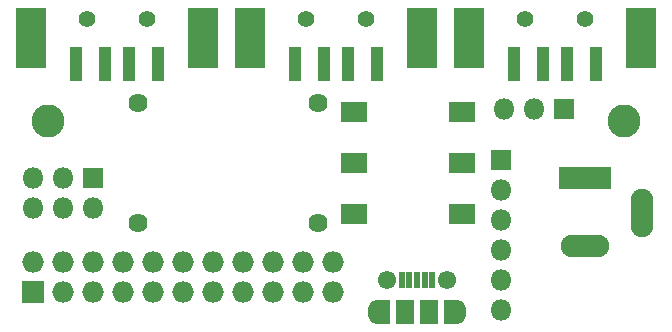
<source format=gts>
G04 #@! TF.GenerationSoftware,KiCad,Pcbnew,5.1.6-c6e7f7d~87~ubuntu18.04.1*
G04 #@! TF.CreationDate,2020-07-14T22:37:44+02:00*
G04 #@! TF.ProjectId,USB-Exp,5553422d-4578-4702-9e6b-696361645f70,1.0*
G04 #@! TF.SameCoordinates,Original*
G04 #@! TF.FileFunction,Soldermask,Top*
G04 #@! TF.FilePolarity,Negative*
%FSLAX46Y46*%
G04 Gerber Fmt 4.6, Leading zero omitted, Abs format (unit mm)*
G04 Created by KiCad (PCBNEW 5.1.6-c6e7f7d~87~ubuntu18.04.1) date 2020-07-14 22:37:44*
%MOMM*%
%LPD*%
G01*
G04 APERTURE LIST*
%ADD10C,2.800000*%
%ADD11C,1.624000*%
%ADD12R,2.280000X1.700000*%
%ADD13O,1.827200X1.827200*%
%ADD14R,1.827200X1.827200*%
%ADD15O,1.800000X1.800000*%
%ADD16R,1.800000X1.800000*%
%ADD17R,2.600000X5.100000*%
%ADD18R,1.000000X2.900000*%
%ADD19C,1.400000*%
%ADD20R,4.500000X1.900000*%
%ADD21O,4.100000X1.900000*%
%ADD22O,1.900000X4.100000*%
%ADD23R,1.300000X2.000000*%
%ADD24O,1.300000X2.000000*%
%ADD25R,1.600000X2.000000*%
%ADD26C,1.550000*%
%ADD27R,0.500000X1.450000*%
G04 APERTURE END LIST*
D10*
X101854000Y-67310000D03*
X53086000Y-67310000D03*
D11*
X60706000Y-75946000D03*
X60706000Y-65786000D03*
X75946000Y-65786000D03*
X75946000Y-75946000D03*
D12*
X78966000Y-75184000D03*
X88166000Y-75184000D03*
X78966000Y-70866000D03*
X88166000Y-70866000D03*
X78966000Y-66548000D03*
X88166000Y-66548000D03*
D13*
X77216000Y-79248000D03*
X77216000Y-81788000D03*
X59436000Y-79248000D03*
X59436000Y-81788000D03*
X56896000Y-79248000D03*
X56896000Y-81788000D03*
X54356000Y-79248000D03*
X54356000Y-81788000D03*
X51816000Y-79248000D03*
D14*
X51816000Y-81788000D03*
D13*
X61976000Y-81788000D03*
X61976000Y-79248000D03*
X64516000Y-81788000D03*
X64516000Y-79248000D03*
X67056000Y-81788000D03*
X67056000Y-79248000D03*
X69596000Y-81788000D03*
X69596000Y-79248000D03*
X72136000Y-81788000D03*
X72136000Y-79248000D03*
X74676000Y-81788000D03*
X74676000Y-79248000D03*
D15*
X91694000Y-66294000D03*
X94234000Y-66294000D03*
D16*
X96774000Y-66294000D03*
D15*
X91440000Y-83312000D03*
X91440000Y-80772000D03*
X91440000Y-78232000D03*
X91440000Y-75692000D03*
X91440000Y-73152000D03*
D16*
X91440000Y-70612000D03*
D15*
X51816000Y-74676000D03*
X51816000Y-72136000D03*
X54356000Y-74676000D03*
X54356000Y-72136000D03*
X56896000Y-74676000D03*
D16*
X56896000Y-72136000D03*
D17*
X88762000Y-60274000D03*
X103262000Y-60274000D03*
D18*
X95012000Y-62524000D03*
X99512000Y-62524000D03*
X97012000Y-62524000D03*
X92512000Y-62524000D03*
D19*
X93512000Y-58674000D03*
X98512000Y-58674000D03*
D17*
X70220000Y-60274000D03*
X84720000Y-60274000D03*
D18*
X76470000Y-62524000D03*
X80970000Y-62524000D03*
X78470000Y-62524000D03*
X73970000Y-62524000D03*
D19*
X74970000Y-58674000D03*
X79970000Y-58674000D03*
D17*
X51678000Y-60274000D03*
X66178000Y-60274000D03*
D18*
X57928000Y-62524000D03*
X62428000Y-62524000D03*
X59928000Y-62524000D03*
X55428000Y-62524000D03*
D19*
X56428000Y-58674000D03*
X61428000Y-58674000D03*
D20*
X98552000Y-72136000D03*
D21*
X98552000Y-77936000D03*
D22*
X103352000Y-75136000D03*
D23*
X81428000Y-83533500D03*
X87228000Y-83533500D03*
D24*
X87828000Y-83533500D03*
X80828000Y-83533500D03*
D25*
X83328000Y-83533500D03*
D26*
X86828000Y-80833500D03*
D27*
X84328000Y-80833500D03*
X84978000Y-80833500D03*
X85628000Y-80833500D03*
X83028000Y-80833500D03*
X83678000Y-80833500D03*
D26*
X81828000Y-80833500D03*
D25*
X85328000Y-83533500D03*
M02*

</source>
